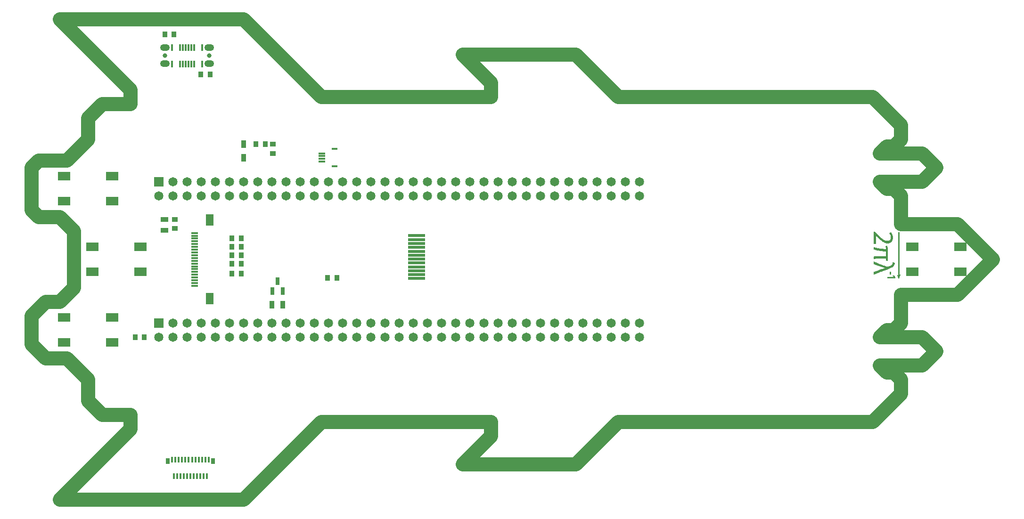
<source format=gts>
G04*
G04 #@! TF.GenerationSoftware,Altium Limited,Altium Designer,23.4.1 (23)*
G04*
G04 Layer_Color=278392*
%FSLAX25Y25*%
%MOIN*%
G70*
G04*
G04 #@! TF.SameCoordinates,ACA3CFB4-5D02-48E1-8893-3A58BFC83F0D*
G04*
G04*
G04 #@! TF.FilePolarity,Negative*
G04*
G01*
G75*
%ADD31C,0.10000*%
%ADD32C,0.05000*%
%ADD33R,0.03256X0.03847*%
%ADD34R,0.09000X0.06000*%
%ADD35R,0.04437X0.01681*%
%ADD36R,0.04831X0.01681*%
%ADD37R,0.12311X0.01878*%
%ADD38R,0.01681X0.05028*%
%ADD39R,0.03847X0.03256*%
%ADD40R,0.03256X0.05815*%
%ADD41R,0.01484X0.04437*%
%ADD42R,0.02862X0.04437*%
%ADD43R,0.05618X0.03650*%
%ADD44R,0.02862X0.05224*%
%ADD45R,0.03650X0.05618*%
%ADD46R,0.04537X0.01781*%
%ADD47R,0.05718X0.08474*%
%ADD48C,0.03295*%
%ADD49O,0.06799X0.04831*%
%ADD50C,0.06500*%
%ADD51R,0.06700X0.06700*%
%ADD52C,0.00500*%
G36*
X506883Y19472D02*
X506994Y19389D01*
X507133Y19250D01*
X507189Y19195D01*
X507300Y19056D01*
X507522Y18861D01*
X507772Y18584D01*
X508105Y18250D01*
X508438Y17917D01*
X509216Y17112D01*
X509993Y16334D01*
X510354Y15973D01*
X510687Y15668D01*
X510965Y15390D01*
X511215Y15196D01*
X511354Y15057D01*
X511437Y15001D01*
X511465Y14974D01*
X511521Y14918D01*
X511632Y14835D01*
X511798Y14696D01*
X511965Y14557D01*
X512187Y14390D01*
X512687Y14057D01*
X513270Y13696D01*
X513909Y13418D01*
X514242Y13280D01*
X514575Y13196D01*
X514909Y13141D01*
X515242Y13113D01*
X515408D01*
X515436D01*
X515492D01*
X515575D01*
X515686Y13141D01*
X515964Y13196D01*
X516325Y13280D01*
X516714Y13446D01*
X517102Y13696D01*
X517269Y13863D01*
X517436Y14029D01*
X517575Y14252D01*
X517713Y14501D01*
Y14529D01*
X517741Y14585D01*
X517769Y14696D01*
X517824Y14862D01*
X517852Y15029D01*
X517880Y15251D01*
X517908Y15751D01*
Y15890D01*
X517880Y16001D01*
X517852Y16279D01*
X517769Y16640D01*
X517630Y17084D01*
X517436Y17556D01*
X517158Y18056D01*
X516797Y18584D01*
X516825D01*
X516853Y18611D01*
X516991Y18667D01*
X517186Y18778D01*
X517408Y18861D01*
X517658Y18972D01*
X517852Y19083D01*
X517991Y19139D01*
X518074Y19167D01*
X518102Y19139D01*
X518130Y19083D01*
X518213Y19000D01*
X518296Y18861D01*
X518380Y18695D01*
X518519Y18528D01*
X518769Y18056D01*
X519019Y17528D01*
X519213Y16917D01*
X519380Y16223D01*
X519407Y15890D01*
X519435Y15529D01*
Y15057D01*
X519407Y14918D01*
X519380Y14751D01*
X519352Y14557D01*
X519241Y14085D01*
X519074Y13585D01*
X518796Y13030D01*
X518630Y12780D01*
X518435Y12502D01*
X518213Y12252D01*
X517936Y12030D01*
X517880Y12002D01*
X517741Y11919D01*
X517519Y11780D01*
X517241Y11641D01*
X516908Y11530D01*
X516519Y11391D01*
X516075Y11308D01*
X515631Y11280D01*
X515408D01*
X515381D01*
X515297D01*
X515159Y11308D01*
X514964Y11336D01*
X514714Y11391D01*
X514409Y11474D01*
X514076Y11558D01*
X513715Y11697D01*
X513298Y11891D01*
X512826Y12113D01*
X512354Y12391D01*
X511826Y12724D01*
X511299Y13113D01*
X510715Y13585D01*
X510132Y14113D01*
X509521Y14724D01*
X509493Y14751D01*
X509466Y14779D01*
X509299Y14946D01*
X509049Y15196D01*
X508744Y15529D01*
X508383Y15862D01*
X508022Y16251D01*
X507661Y16612D01*
X507355Y16945D01*
X507327D01*
Y10975D01*
X507272Y10947D01*
X505856D01*
X505828D01*
X505800Y11002D01*
Y19417D01*
X505828Y19444D01*
X505856Y19472D01*
X505911Y19500D01*
X506800D01*
X506827D01*
X506883Y19472D01*
D02*
G37*
G36*
X515270Y9558D02*
X515325Y9420D01*
X515408Y9225D01*
X515520Y8947D01*
X515603Y8559D01*
X515686Y8114D01*
X515742Y7587D01*
X515769Y6976D01*
Y-1050D01*
X515742D01*
X515714D01*
X515686D01*
X515520Y-1022D01*
X515297Y-994D01*
X515047Y-967D01*
X514797Y-911D01*
X514575Y-883D01*
X514409Y-855D01*
X514381Y-828D01*
X514353D01*
Y505D01*
X509632D01*
X509605D01*
X509493D01*
X509355D01*
X509160D01*
X508910D01*
X508633Y478D01*
X508022D01*
X507383Y450D01*
X506772Y394D01*
X506466Y366D01*
X506217Y311D01*
X505994Y283D01*
X505828Y228D01*
X505800Y255D01*
Y1894D01*
X505828Y1949D01*
X505939Y2005D01*
X505994Y2033D01*
X506106Y2060D01*
X506244Y2088D01*
X506383Y2144D01*
X506578Y2172D01*
X506827Y2199D01*
X507105Y2227D01*
X507411Y2255D01*
X507799D01*
X508216Y2283D01*
X514353D01*
Y5559D01*
X514325D01*
X514298D01*
X514214D01*
X514103D01*
X513909D01*
X513687Y5587D01*
X513409D01*
X513076Y5615D01*
X512687Y5671D01*
X512270Y5698D01*
X511771Y5754D01*
X511243Y5809D01*
X510660Y5893D01*
X510049Y6004D01*
X509355Y6087D01*
X508633Y6226D01*
X507855Y6365D01*
X507827D01*
X507799Y6393D01*
X507633Y6420D01*
X507355Y6476D01*
X507050Y6559D01*
X506383Y6754D01*
X506078Y6865D01*
X505828Y6976D01*
Y7004D01*
X505800Y7059D01*
Y8670D01*
X505828D01*
X505856D01*
X505883Y8642D01*
X505967Y8614D01*
X506078Y8586D01*
X506217Y8559D01*
X506411Y8503D01*
X506605Y8448D01*
X506855Y8364D01*
X507105Y8309D01*
X507411Y8225D01*
X507744Y8170D01*
X508105Y8087D01*
X508494Y8003D01*
X508910Y7920D01*
X509355Y7837D01*
X509827Y7753D01*
X509854D01*
X509966Y7726D01*
X510132Y7698D01*
X510354Y7670D01*
X510604Y7642D01*
X510910Y7614D01*
X511243Y7559D01*
X511576Y7531D01*
X512326Y7448D01*
X513076Y7365D01*
X513770Y7337D01*
X514076Y7309D01*
X514353D01*
Y7753D01*
X514325Y8031D01*
Y8337D01*
X514298Y8670D01*
X514242Y9003D01*
X514186Y9336D01*
X514242D01*
X514353Y9364D01*
X514492Y9420D01*
X514686Y9447D01*
X514881Y9503D01*
X515047Y9558D01*
X515186Y9586D01*
X515242D01*
X515270Y9558D01*
D02*
G37*
G36*
X518158Y-8825D02*
Y-10575D01*
X518102Y-10603D01*
X517130D01*
X517102D01*
X517075Y-10547D01*
Y-8798D01*
X517130Y-8770D01*
X518102D01*
X518130D01*
X518158Y-8825D01*
D02*
G37*
G36*
X505967Y-1550D02*
X506078Y-1605D01*
X506244Y-1661D01*
X506439Y-1744D01*
X506689Y-1855D01*
X506966Y-1966D01*
X507272Y-2077D01*
X507938Y-2327D01*
X508716Y-2633D01*
X509549Y-2966D01*
X510410Y-3299D01*
X511271Y-3632D01*
X512104Y-3966D01*
X512909Y-4271D01*
X513631Y-4549D01*
X513964Y-4660D01*
X514270Y-4799D01*
X514547Y-4882D01*
X514797Y-4993D01*
X514992Y-5049D01*
X515159Y-5132D01*
X515270Y-5160D01*
X515353Y-5187D01*
X515408Y-5215D01*
X515520D01*
X515547D01*
X515631Y-5187D01*
X515797Y-5160D01*
X516019Y-5076D01*
X516353Y-4965D01*
X516547Y-4882D01*
X516797Y-4771D01*
X517047Y-4660D01*
X517324Y-4521D01*
X517630Y-4382D01*
X517991Y-4188D01*
X518019D01*
X518047Y-4160D01*
X518185Y-4049D01*
X518380Y-3910D01*
X518602Y-3688D01*
X518796Y-3438D01*
X518991Y-3160D01*
X519130Y-2855D01*
X519185Y-2716D01*
Y-2161D01*
X519213Y-2105D01*
X519241D01*
X519269D01*
X519407Y-2133D01*
X519602Y-2161D01*
X519852Y-2188D01*
X520102Y-2244D01*
X520324Y-2272D01*
X520490Y-2299D01*
X520601Y-2327D01*
Y-2383D01*
X520629Y-2494D01*
X520657Y-2688D01*
Y-3133D01*
X520629Y-3244D01*
X520601Y-3382D01*
X520546Y-3577D01*
X520463Y-3771D01*
X520379Y-3993D01*
X520213Y-4243D01*
X520046Y-4493D01*
X519824Y-4771D01*
X519518Y-5049D01*
X519185Y-5354D01*
X518796Y-5632D01*
X518324Y-5910D01*
X517797Y-6187D01*
X517186Y-6437D01*
X517130Y-6465D01*
X517019Y-6493D01*
X516853Y-6576D01*
X516630Y-6659D01*
X516325Y-6770D01*
X515908Y-6937D01*
X515658Y-7048D01*
X515381Y-7131D01*
X515075Y-7270D01*
X514742Y-7381D01*
X514381Y-7520D01*
X513964Y-7687D01*
X513520Y-7853D01*
X513048Y-8020D01*
X512520Y-8242D01*
X511965Y-8437D01*
X511354Y-8659D01*
X510715Y-8909D01*
X510021Y-9159D01*
X509271Y-9436D01*
X508494Y-9742D01*
X507661Y-10047D01*
X506772Y-10380D01*
X505828Y-10741D01*
X505800Y-10714D01*
Y-8881D01*
X505828Y-8853D01*
X505883Y-8825D01*
X505994Y-8798D01*
X506161Y-8714D01*
X506439Y-8631D01*
X506633Y-8575D01*
X506827Y-8492D01*
X507050Y-8409D01*
X507327Y-8326D01*
X507383Y-8298D01*
X507494Y-8270D01*
X507716Y-8187D01*
X507966Y-8076D01*
X508299Y-7965D01*
X508688Y-7826D01*
X509105Y-7659D01*
X509577Y-7520D01*
X510576Y-7159D01*
X511604Y-6798D01*
X512631Y-6465D01*
X513131Y-6326D01*
X513576Y-6187D01*
X513603D01*
X513631D01*
X513659Y-6160D01*
X513687Y-6132D01*
Y-6076D01*
X513659D01*
X513603Y-6048D01*
X513520Y-6021D01*
X513381Y-5993D01*
X513215Y-5937D01*
X512965Y-5854D01*
X512631Y-5771D01*
X512576Y-5743D01*
X512493Y-5715D01*
X512382Y-5687D01*
X512215Y-5632D01*
X512020Y-5548D01*
X511743Y-5465D01*
X511410Y-5354D01*
X510993Y-5215D01*
X510521Y-5049D01*
X509966Y-4854D01*
X509327Y-4632D01*
X508605Y-4354D01*
X507799Y-4077D01*
X506855Y-3743D01*
X506355Y-3577D01*
X505828Y-3382D01*
X505800Y-3355D01*
Y-1522D01*
X505856D01*
X505883D01*
X505967Y-1550D01*
D02*
G37*
G36*
X523962Y19056D02*
Y-11186D01*
X524795Y-10853D01*
X524823D01*
Y-10880D01*
X524767Y-10992D01*
X524711Y-11130D01*
X524628Y-11325D01*
X524545Y-11547D01*
X524434Y-11797D01*
X524212Y-12324D01*
X523962Y-12880D01*
X523850Y-13130D01*
X523767Y-13380D01*
X523656Y-13574D01*
X523601Y-13713D01*
X523545Y-13824D01*
X523517Y-13880D01*
X523490D01*
Y-13852D01*
X523434Y-13769D01*
X523378Y-13630D01*
X523295Y-13435D01*
X523212Y-13213D01*
X523129Y-12963D01*
X522906Y-12436D01*
X522684Y-11908D01*
X522573Y-11630D01*
X522462Y-11408D01*
X522379Y-11214D01*
X522323Y-11047D01*
X522268Y-10908D01*
X522240Y-10853D01*
X523045Y-11158D01*
X523073D01*
Y19028D01*
X523101Y19056D01*
X523129Y19083D01*
X523184Y19111D01*
X523906D01*
X523934D01*
X523962Y19056D01*
D02*
G37*
G36*
X520407Y-11353D02*
X520435Y-11380D01*
X520490Y-11436D01*
X520574Y-11575D01*
X520685Y-11741D01*
X520824Y-11963D01*
X520990Y-12297D01*
X521018Y-12324D01*
X521101Y-12436D01*
X521157Y-12547D01*
X521185Y-12658D01*
Y-13546D01*
X521157Y-13574D01*
X521101D01*
X515325D01*
X515297D01*
X515270Y-13519D01*
Y-12436D01*
X515325Y-12408D01*
X519713D01*
Y-12352D01*
X519241Y-11575D01*
Y-11519D01*
X520379Y-11325D01*
X520407Y-11353D01*
D02*
G37*
D31*
X-90000Y-60000D02*
Y-40000D01*
X-80000Y-30000D01*
X-70000D01*
X-60000Y-20000D01*
Y20000D01*
X-70000Y30000D02*
X-60000Y20000D01*
X-85000Y30000D02*
X-70000D01*
X-90000Y35000D02*
X-85000Y30000D01*
X-90000Y35000D02*
Y65000D01*
X-85000Y70000D01*
X-65000D01*
X-50000Y85000D01*
Y100000D01*
X-40000Y110000D01*
X-20000D01*
Y120000D01*
X-70000Y170000D02*
X-20000Y120000D01*
X-70000Y170000D02*
X60000D01*
X115000Y115000D01*
X235000Y115000D01*
Y125000D01*
X215000Y145000D02*
X235000Y125000D01*
X215000Y145000D02*
X295000D01*
X325000Y115000D01*
X505000D01*
X525000Y95000D01*
Y85000D02*
Y95000D01*
X520000Y80000D02*
X525000Y85000D01*
X515000Y80000D02*
X520000D01*
X510000Y75000D02*
X515000Y80000D01*
X510000Y75000D02*
X540000D01*
X550000Y65000D01*
X540000Y55000D02*
X550000Y65000D01*
X510000Y55000D02*
X540000D01*
X510000D02*
X515000Y50000D01*
X520000D01*
X525000Y45000D01*
Y25000D02*
Y45000D01*
Y25000D02*
X565000D01*
X590000Y0D01*
X565000Y-25000D02*
X590000Y0D01*
X525000Y-25000D02*
X565000D01*
X525000Y-45000D02*
Y-25000D01*
X520000Y-50000D02*
X525000Y-45000D01*
X515000Y-50000D02*
X520000D01*
X510000Y-55000D02*
X515000Y-50000D01*
X510000Y-55000D02*
X540000D01*
X550000Y-65000D01*
X540000Y-75000D02*
X550000Y-65000D01*
X510000Y-75000D02*
X540000D01*
X510000D02*
X515000Y-80000D01*
X520000D01*
X525000Y-85000D01*
Y-95000D02*
Y-85000D01*
X505000Y-115000D02*
X525000Y-95000D01*
X325000Y-115000D02*
X505000D01*
X295000Y-145000D02*
X325000Y-115000D01*
X215000Y-145000D02*
X295000D01*
X215000D02*
X235000Y-125000D01*
Y-115000D01*
X115000D02*
X235000D01*
X60000Y-170000D02*
X115000Y-115000D01*
X-70000Y-170000D02*
X60000D01*
X-70000D02*
X-20000Y-120000D01*
Y-110000D01*
X-40000D02*
X-20000D01*
X-50000Y-100000D02*
X-40000Y-110000D01*
X-50000Y-100000D02*
Y-85000D01*
X-65000Y-70000D02*
X-50000Y-85000D01*
X-80000Y-70000D02*
X-65000D01*
X-90000Y-60000D02*
X-80000Y-70000D01*
D32*
X-90000Y-60000D02*
Y-40000D01*
X-80000Y-30000D01*
X-70000D01*
X-60000Y-20000D01*
Y20000D01*
X-70000Y30000D02*
X-60000Y20000D01*
X-85000Y30000D02*
X-70000D01*
X-90000Y35000D02*
X-85000Y30000D01*
X-90000Y35000D02*
Y65000D01*
X-85000Y70000D01*
X-65000D01*
X-50000Y85000D01*
Y100000D01*
X-40000Y110000D01*
X-20000D01*
Y120000D01*
X-70000Y170000D02*
X-20000Y120000D01*
X-70000Y170000D02*
X60000D01*
X115000Y115000D01*
X235000Y115000D01*
Y125000D01*
X215000Y145000D02*
X235000Y125000D01*
X215000Y145000D02*
X295000D01*
X325000Y115000D01*
X505000D01*
X525000Y95000D01*
Y85000D02*
Y95000D01*
X520000Y80000D02*
X525000Y85000D01*
X515000Y80000D02*
X520000D01*
X510000Y75000D02*
X515000Y80000D01*
X510000Y75000D02*
X540000D01*
X550000Y65000D01*
X540000Y55000D02*
X550000Y65000D01*
X510000Y55000D02*
X540000D01*
X510000D02*
X515000Y50000D01*
X520000D01*
X525000Y45000D01*
Y25000D02*
Y45000D01*
Y25000D02*
X565000D01*
X590000Y0D01*
X565000Y-25000D02*
X590000Y0D01*
X525000Y-25000D02*
X565000D01*
X525000Y-45000D02*
Y-25000D01*
X520000Y-50000D02*
X525000Y-45000D01*
X515000Y-50000D02*
X520000D01*
X510000Y-55000D02*
X515000Y-50000D01*
X510000Y-55000D02*
X540000D01*
X550000Y-65000D01*
X540000Y-75000D02*
X550000Y-65000D01*
X510000Y-75000D02*
X540000D01*
X510000D02*
X515000Y-80000D01*
X520000D01*
X525000Y-85000D01*
Y-95000D02*
Y-85000D01*
X505000Y-115000D02*
X525000Y-95000D01*
X325000Y-115000D02*
X505000D01*
X295000Y-145000D02*
X325000Y-115000D01*
X215000Y-145000D02*
X295000D01*
X215000D02*
X235000Y-125000D01*
Y-115000D01*
X115000D02*
X235000D01*
X60000Y-170000D02*
X115000Y-115000D01*
X-70000Y-170000D02*
X60000D01*
X-70000D02*
X-20000Y-120000D01*
Y-110000D01*
X-40000D02*
X-20000D01*
X-50000Y-100000D02*
X-40000Y-110000D01*
X-50000Y-100000D02*
Y-85000D01*
X-65000Y-70000D02*
X-50000Y-85000D01*
X-80000Y-70000D02*
X-65000D01*
X-90000Y-60000D02*
X-80000Y-70000D01*
D33*
X119504Y-13000D02*
D03*
X126000D02*
D03*
X10748Y159200D02*
D03*
X4252D02*
D03*
X29752Y131000D02*
D03*
X36248D02*
D03*
X68752Y81600D02*
D03*
X75248D02*
D03*
X51752Y15000D02*
D03*
X58248D02*
D03*
X51752Y9000D02*
D03*
X58248D02*
D03*
X51752Y3000D02*
D03*
X58248D02*
D03*
X51752Y-3000D02*
D03*
X58248D02*
D03*
X51752Y-10000D02*
D03*
X58248D02*
D03*
X-10252Y-55000D02*
D03*
X-16748D02*
D03*
D34*
X567000Y8900D02*
D03*
X533000D02*
D03*
X567000Y-8900D02*
D03*
X533000D02*
D03*
X-33000Y58900D02*
D03*
X-67000D02*
D03*
X-33000Y41100D02*
D03*
X-67000D02*
D03*
X-13000Y8900D02*
D03*
X-47000D02*
D03*
X-13000Y-8900D02*
D03*
X-47000D02*
D03*
X-33000Y-41100D02*
D03*
X-67000D02*
D03*
X-33000Y-58900D02*
D03*
X-67000D02*
D03*
D35*
X124526Y78163D02*
D03*
Y66037D02*
D03*
D36*
X115274Y75053D02*
D03*
Y69147D02*
D03*
Y71116D02*
D03*
Y73084D02*
D03*
D37*
X182500Y-13559D02*
D03*
Y-10803D02*
D03*
Y-8047D02*
D03*
Y-5291D02*
D03*
Y-2535D02*
D03*
Y221D02*
D03*
Y2976D02*
D03*
Y5732D02*
D03*
Y8488D02*
D03*
Y11244D02*
D03*
Y14000D02*
D03*
Y16756D02*
D03*
D38*
X9252Y150000D02*
D03*
Y138307D02*
D03*
X15157Y150000D02*
D03*
X17126D02*
D03*
X19094D02*
D03*
X21063D02*
D03*
X23031D02*
D03*
X25000D02*
D03*
X30906D02*
D03*
X15157Y138307D02*
D03*
X17126D02*
D03*
X19094D02*
D03*
X21063D02*
D03*
X23031D02*
D03*
X25000D02*
D03*
X30906D02*
D03*
D39*
X80700Y75052D02*
D03*
Y81548D02*
D03*
X11500Y28248D02*
D03*
Y21752D02*
D03*
D40*
X60000Y72076D02*
D03*
Y81524D02*
D03*
D41*
X22400Y-153274D02*
D03*
X20038D02*
D03*
X17676D02*
D03*
X15313D02*
D03*
X12951D02*
D03*
X24762D02*
D03*
X27124D02*
D03*
X29487D02*
D03*
X31849D02*
D03*
X34211D02*
D03*
X10589D02*
D03*
X9408Y-141739D02*
D03*
X11770D02*
D03*
X14132D02*
D03*
X16495D02*
D03*
X18857D02*
D03*
X21219D02*
D03*
X23581D02*
D03*
X25943D02*
D03*
X28306D02*
D03*
X30668D02*
D03*
X33030D02*
D03*
X35392D02*
D03*
D42*
X6258Y-142782D02*
D03*
X38542D02*
D03*
D43*
X4000Y28339D02*
D03*
Y20661D02*
D03*
D44*
X84000Y-15457D02*
D03*
X87740Y-22543D02*
D03*
X80260D02*
D03*
D45*
X87839Y-32000D02*
D03*
X80161D02*
D03*
D46*
X25354Y-18701D02*
D03*
Y-16732D02*
D03*
Y-14764D02*
D03*
Y-12795D02*
D03*
Y-10827D02*
D03*
Y-8858D02*
D03*
Y-6890D02*
D03*
Y-4921D02*
D03*
Y-2953D02*
D03*
Y-984D02*
D03*
Y984D02*
D03*
Y2953D02*
D03*
Y4921D02*
D03*
Y6890D02*
D03*
Y8858D02*
D03*
Y10827D02*
D03*
Y12795D02*
D03*
Y14764D02*
D03*
Y16732D02*
D03*
Y18701D02*
D03*
D47*
X35984Y-27756D02*
D03*
Y27756D02*
D03*
D48*
X4331Y144153D02*
D03*
X35827D02*
D03*
D49*
X4331Y149784D02*
D03*
X35827D02*
D03*
X4331Y138524D02*
D03*
X35827D02*
D03*
D50*
X340000Y-55000D02*
D03*
Y-45000D02*
D03*
X330000Y-55000D02*
D03*
Y-45000D02*
D03*
X320000Y-55000D02*
D03*
Y-45000D02*
D03*
X310000Y-55000D02*
D03*
Y-45000D02*
D03*
X300000Y-55000D02*
D03*
Y-45000D02*
D03*
X290000Y-55000D02*
D03*
Y-45000D02*
D03*
X280000Y-55000D02*
D03*
Y-45000D02*
D03*
X270000Y-55000D02*
D03*
Y-45000D02*
D03*
X260000Y-55000D02*
D03*
Y-45000D02*
D03*
X250000Y-55000D02*
D03*
Y-45000D02*
D03*
X240000Y-55000D02*
D03*
Y-45000D02*
D03*
X230000Y-55000D02*
D03*
Y-45000D02*
D03*
X220000Y-55000D02*
D03*
Y-45000D02*
D03*
X210000Y-55000D02*
D03*
Y-45000D02*
D03*
X200000Y-55000D02*
D03*
Y-45000D02*
D03*
X190000Y-55000D02*
D03*
Y-45000D02*
D03*
X180000Y-55000D02*
D03*
Y-45000D02*
D03*
X170000Y-55000D02*
D03*
Y-45000D02*
D03*
X160000Y-55000D02*
D03*
Y-45000D02*
D03*
X150000Y-55000D02*
D03*
Y-45000D02*
D03*
X140000Y-55000D02*
D03*
Y-45000D02*
D03*
X130000Y-55000D02*
D03*
Y-45000D02*
D03*
X120000Y-55000D02*
D03*
Y-45000D02*
D03*
X110000Y-55000D02*
D03*
Y-45000D02*
D03*
X100000Y-55000D02*
D03*
Y-45000D02*
D03*
X90000Y-55000D02*
D03*
Y-45000D02*
D03*
X80000Y-55000D02*
D03*
Y-45000D02*
D03*
X70000Y-55000D02*
D03*
Y-45000D02*
D03*
X60000Y-55000D02*
D03*
Y-45000D02*
D03*
X50000Y-55000D02*
D03*
Y-45000D02*
D03*
X40000Y-55000D02*
D03*
Y-45000D02*
D03*
X0Y-55000D02*
D03*
X10000Y-45000D02*
D03*
Y-55000D02*
D03*
X20000Y-45000D02*
D03*
Y-55000D02*
D03*
X30000Y-45000D02*
D03*
Y-55000D02*
D03*
Y45000D02*
D03*
Y55000D02*
D03*
X20000Y45000D02*
D03*
Y55000D02*
D03*
X10000Y45000D02*
D03*
Y55000D02*
D03*
X0Y45000D02*
D03*
X40000Y55000D02*
D03*
Y45000D02*
D03*
X50000Y55000D02*
D03*
Y45000D02*
D03*
X60000Y55000D02*
D03*
Y45000D02*
D03*
X70000Y55000D02*
D03*
Y45000D02*
D03*
X80000Y55000D02*
D03*
Y45000D02*
D03*
X90000Y55000D02*
D03*
Y45000D02*
D03*
X100000Y55000D02*
D03*
Y45000D02*
D03*
X110000Y55000D02*
D03*
Y45000D02*
D03*
X120000Y55000D02*
D03*
Y45000D02*
D03*
X130000Y55000D02*
D03*
Y45000D02*
D03*
X140000Y55000D02*
D03*
Y45000D02*
D03*
X150000Y55000D02*
D03*
Y45000D02*
D03*
X160000Y55000D02*
D03*
Y45000D02*
D03*
X170000Y55000D02*
D03*
Y45000D02*
D03*
X180000Y55000D02*
D03*
Y45000D02*
D03*
X190000Y55000D02*
D03*
Y45000D02*
D03*
X200000Y55000D02*
D03*
Y45000D02*
D03*
X210000Y55000D02*
D03*
Y45000D02*
D03*
X220000Y55000D02*
D03*
Y45000D02*
D03*
X230000Y55000D02*
D03*
Y45000D02*
D03*
X240000Y55000D02*
D03*
Y45000D02*
D03*
X250000Y55000D02*
D03*
Y45000D02*
D03*
X260000Y55000D02*
D03*
Y45000D02*
D03*
X270000Y55000D02*
D03*
Y45000D02*
D03*
X280000Y55000D02*
D03*
Y45000D02*
D03*
X290000Y55000D02*
D03*
Y45000D02*
D03*
X300000Y55000D02*
D03*
Y45000D02*
D03*
X310000Y55000D02*
D03*
Y45000D02*
D03*
X320000Y55000D02*
D03*
Y45000D02*
D03*
X330000Y55000D02*
D03*
Y45000D02*
D03*
X340000Y55000D02*
D03*
Y45000D02*
D03*
D51*
X0Y-45000D02*
D03*
Y55000D02*
D03*
D52*
X340900Y-74450D02*
D03*
Y74550D02*
D03*
X900D02*
D03*
Y-74450D02*
D03*
M02*

</source>
